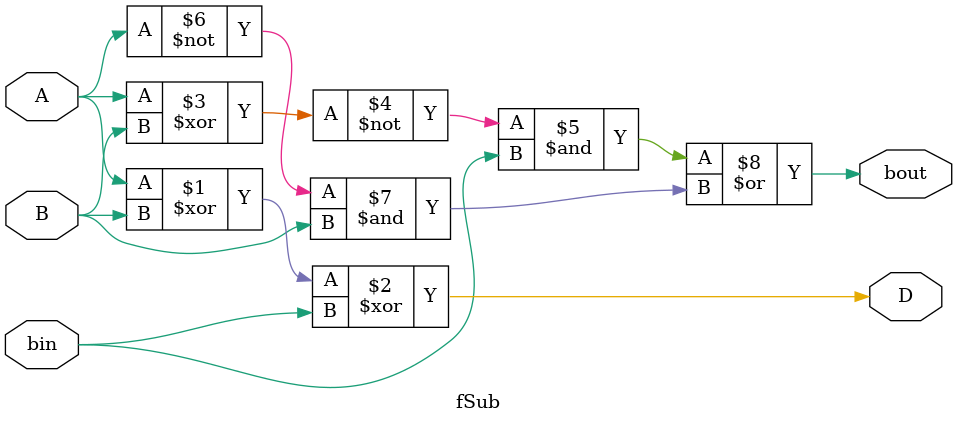
<source format=v>
`timescale 1ns / 1ps



module fSub(
    input A,
    input B,
    input bin,
    output D,
    output bout
    );
    
    assign D = A ^ B ^ bin;
    assign bout = ( ~ (A ^ B) ) & bin | ( ~A ) & B;
    
endmodule

</source>
